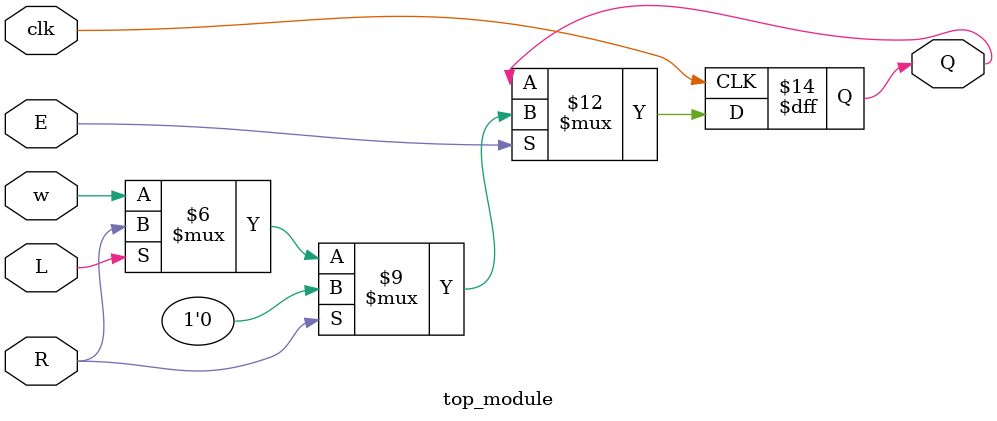
<source format=sv>
module top_module (
	input clk,
	input w,
	input R,
	input E,
	input L,
	output reg Q
);

always @(posedge clk) begin
	if (E == 0) begin
		// Q is held in its current state
	end else begin
                if (R == 1) begin
                        Q <= 0;
                end else if (L == 1) begin
                        Q <= R;
                end else begin
                        Q <= w;
                end
        end
end

endmodule

</source>
